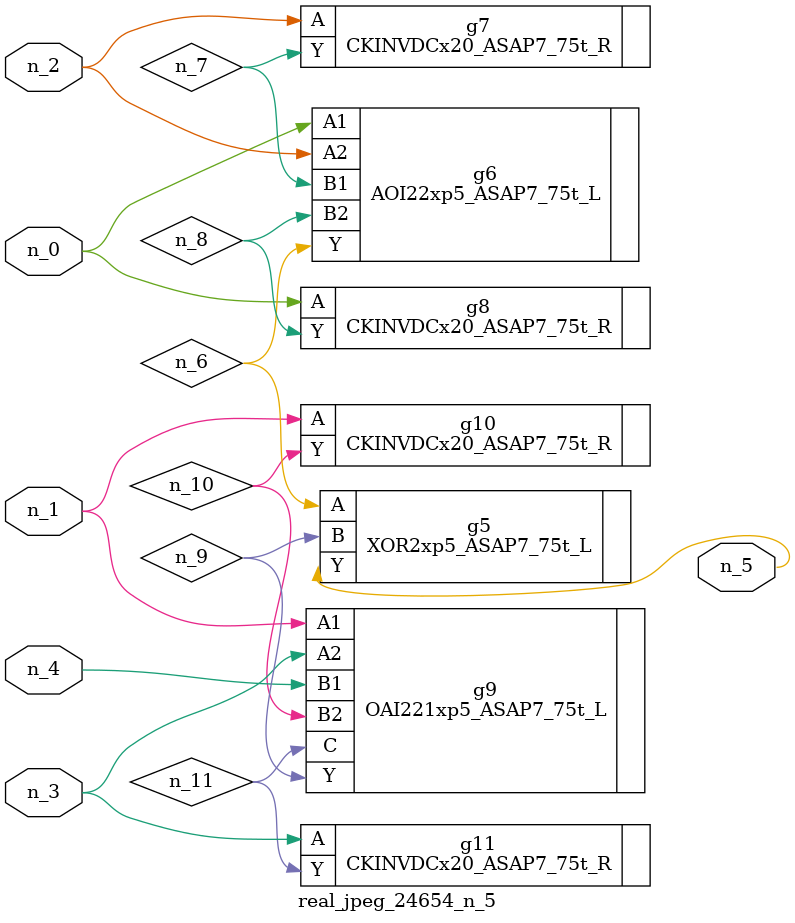
<source format=v>
module real_jpeg_24654_n_5 (n_4, n_0, n_1, n_2, n_3, n_5);

input n_4;
input n_0;
input n_1;
input n_2;
input n_3;

output n_5;

wire n_8;
wire n_11;
wire n_6;
wire n_7;
wire n_10;
wire n_9;

AOI22xp5_ASAP7_75t_L g6 ( 
.A1(n_0),
.A2(n_2),
.B1(n_7),
.B2(n_8),
.Y(n_6)
);

CKINVDCx20_ASAP7_75t_R g8 ( 
.A(n_0),
.Y(n_8)
);

OAI221xp5_ASAP7_75t_L g9 ( 
.A1(n_1),
.A2(n_3),
.B1(n_4),
.B2(n_10),
.C(n_11),
.Y(n_9)
);

CKINVDCx20_ASAP7_75t_R g10 ( 
.A(n_1),
.Y(n_10)
);

CKINVDCx20_ASAP7_75t_R g7 ( 
.A(n_2),
.Y(n_7)
);

CKINVDCx20_ASAP7_75t_R g11 ( 
.A(n_3),
.Y(n_11)
);

XOR2xp5_ASAP7_75t_L g5 ( 
.A(n_6),
.B(n_9),
.Y(n_5)
);


endmodule
</source>
